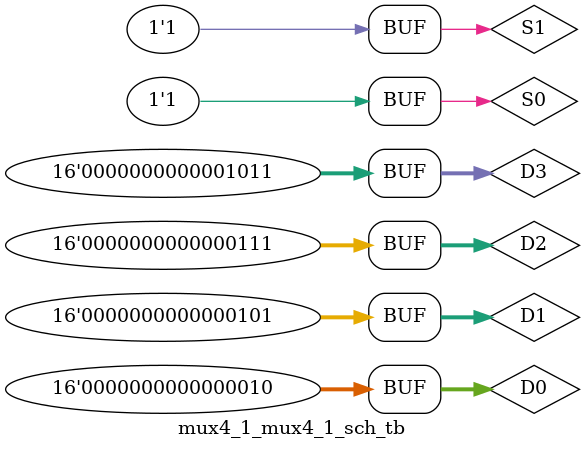
<source format=v>

`timescale 1ns / 1ps

module mux4_1_mux4_1_sch_tb();

// Inputs
   reg [15:0] D0;
   reg [15:0] D1;
   reg [15:0] D2;
   reg [15:0] D3;
   reg S0;
   reg S1;

// Output
   wire [15:0] O;

// Bidirs

// Instantiate the UUT
   mux4_1 UUT (
		.D0(D0), 
		.D1(D1), 
		.D2(D2), 
		.D3(D3), 
		.S0(S0), 
		.S1(S1), 
		.O(O)
   );
// Initialize Inputs
   `ifdef auto_init
       initial begin
		D0 = 0;
		D1 = 0;
		D2 = 0;
		D3 = 0;
		S0 = 0;
		S1 = 0;
   `endif
	
	always
	begin
	#100
	D0 = 2;
	D1 = 5;
	D2 = 7;
	D3 = 11;
	S0 = 0;
	S1 = 0;
	#10
	if(O == 2) begin
		$display("0 Works");
		end
	else begin
		$display("0 Broken");
		end
	#100
	
	S0 = 1;
	S1 = 0;
	#10
	if(O == 5) begin
		$display("1 Works");
		end
	else begin
		$display("1 Broken");
		end
	#100
	
	S0 = 0;
	S1 = 1;
	#10
	if(O == 7) begin
		$display("2 Works");
		end
	else begin
		$display("2 Broken");
		end
		
		#100
	
	S0 = 1;
	S1 = 1;
	#10
	if(O == 11) begin
		$display("3 Works");
		end
	else begin
		$display("3 Broken");
		end
		
	end
endmodule

</source>
